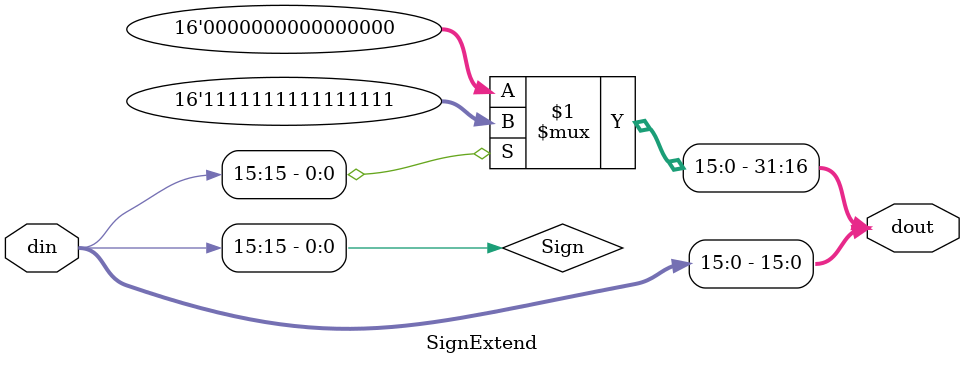
<source format=v>
`timescale 1ns / 1ps
module SignExtend(
	input [15:0] din,
	output [31:0] dout
    );

wire Sign = din[15];
assign dout[15:0] = din;
assign dout[31:16] = Sign?16'hffff:16'h0000;

endmodule

</source>
